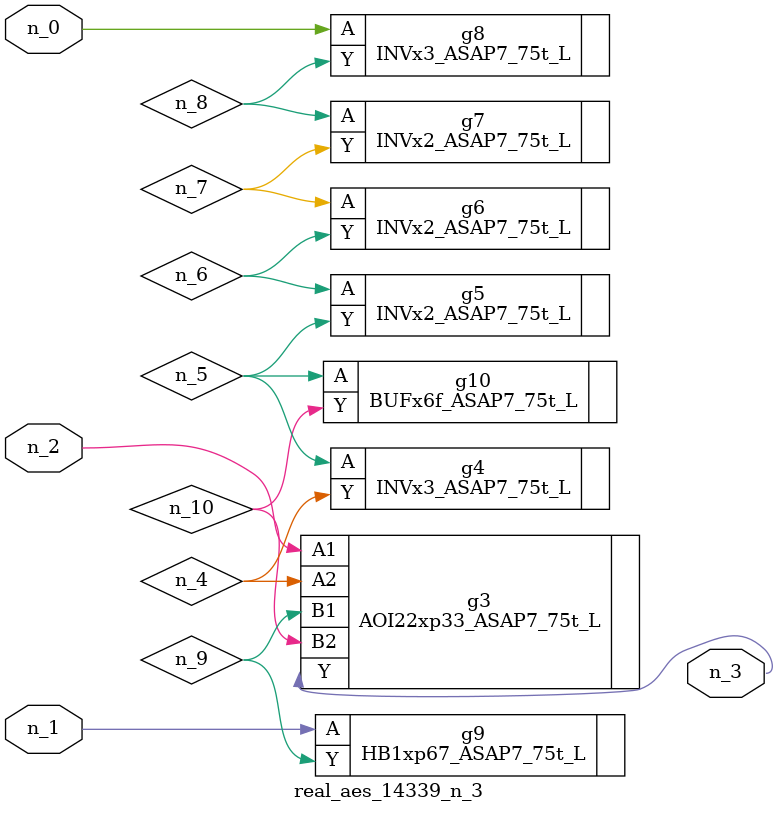
<source format=v>
module real_aes_14339_n_3 (n_0, n_2, n_1, n_3);
input n_0;
input n_2;
input n_1;
output n_3;
wire n_4;
wire n_5;
wire n_7;
wire n_9;
wire n_6;
wire n_8;
wire n_10;
INVx3_ASAP7_75t_L g8 ( .A(n_0), .Y(n_8) );
HB1xp67_ASAP7_75t_L g9 ( .A(n_1), .Y(n_9) );
AOI22xp33_ASAP7_75t_L g3 ( .A1(n_2), .A2(n_4), .B1(n_9), .B2(n_10), .Y(n_3) );
INVx3_ASAP7_75t_L g4 ( .A(n_5), .Y(n_4) );
BUFx6f_ASAP7_75t_L g10 ( .A(n_5), .Y(n_10) );
INVx2_ASAP7_75t_L g5 ( .A(n_6), .Y(n_5) );
INVx2_ASAP7_75t_L g6 ( .A(n_7), .Y(n_6) );
INVx2_ASAP7_75t_L g7 ( .A(n_8), .Y(n_7) );
endmodule
</source>
